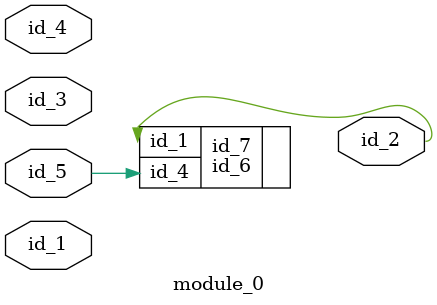
<source format=v>
module module_0 (
    id_1,
    id_2,
    id_3,
    id_4,
    id_5
);
  input id_5;
  input id_4;
  input id_3;
  output id_2;
  input id_1;
  assign #(id_5, id_4) id_3[id_1] = id_4;
  id_6 id_7 (
      .id_4(id_5),
      .id_4(id_5),
      .id_1(id_2)
  );
endmodule

</source>
